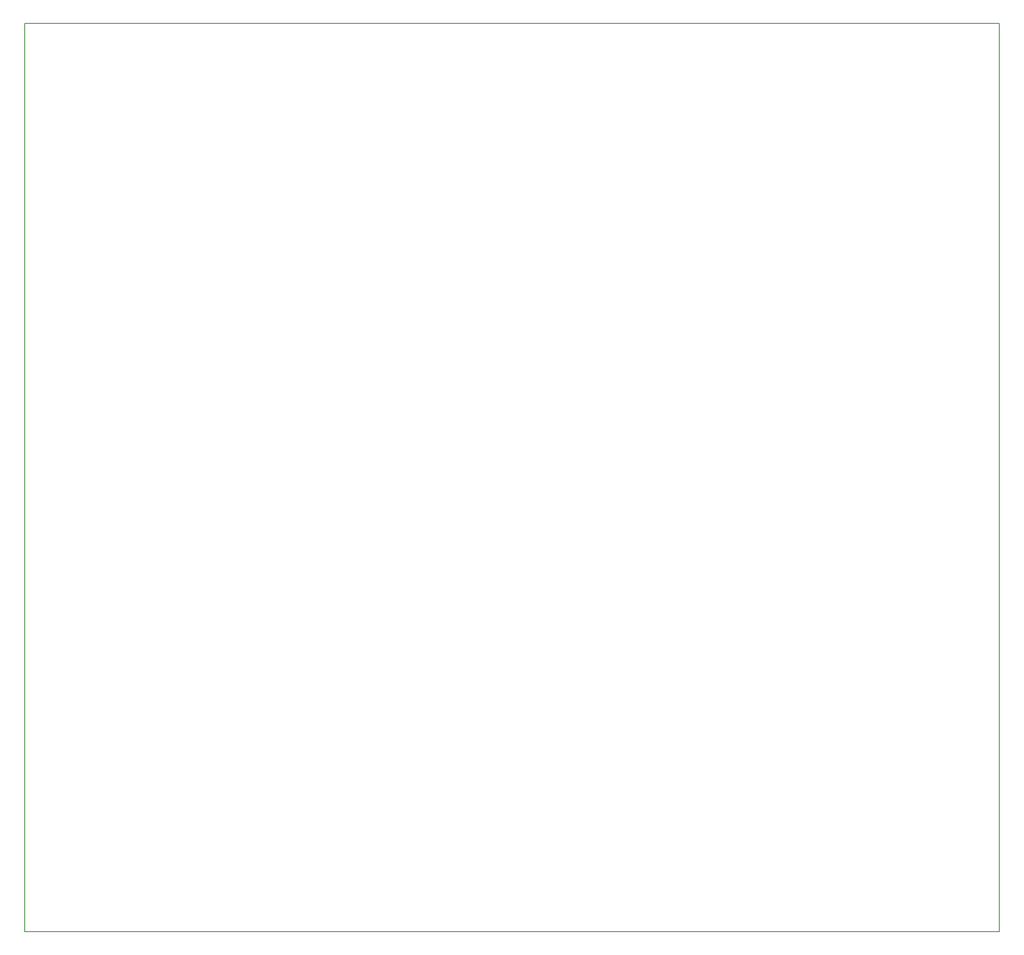
<source format=gm1>
G04 MADE WITH FRITZING*
G04 WWW.FRITZING.ORG*
G04 DOUBLE SIDED*
G04 HOLES PLATED*
G04 CONTOUR ON CENTER OF CONTOUR VECTOR*
%ASAXBY*%
%FSLAX23Y23*%
%MOIN*%
%OFA0B0*%
%SFA1.0B1.0*%
%ADD10R,7.500000X7.000000*%
%ADD11C,0.008000*%
%ADD10C,0.008*%
%LNCONTOUR*%
G90*
G70*
G54D10*
G54D11*
X8Y6992D02*
X7500Y6992D01*
X7500Y0D01*
X8Y0D01*
X8Y6992D01*
D02*
G04 End of contour*
M02*
</source>
